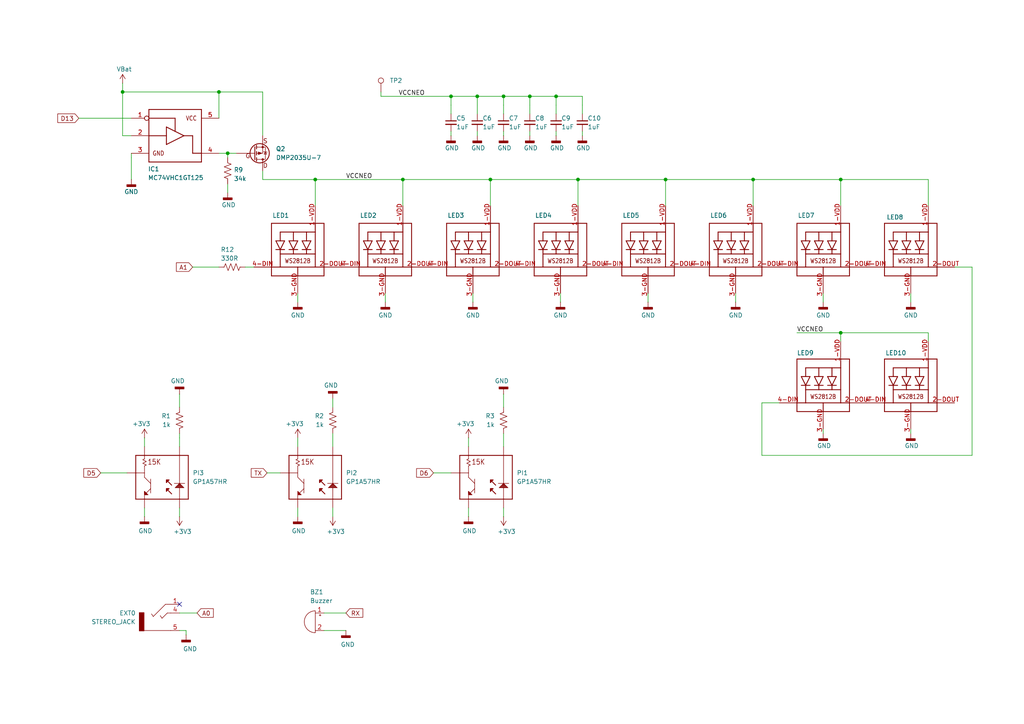
<source format=kicad_sch>
(kicad_sch (version 20250114) (generator "eeschema") (generator_version "9.0")
  (paper "A4")
  (lib_symbols
    (symbol "Connector:TestPoint" (pin_numbers (hide yes)) (pin_names (offset 0.762) (hide yes))
      (property "Reference" "TP" (at 0 6.858 0))
      (property "Value" "TestPoint" (at 0 5.08 0))
      (symbol "TestPoint_0_1"
        (circle (center 0 3.302) (radius 0.762))
      )
      (symbol "TestPoint_1_1"
        (pin passive line (at 0 0 90) (length 2.54) (name "1") (number "1"))
      )
    )
    (symbol "Device:Buzzer" (pin_names (offset 0.0254) (hide yes))
      (property "Reference" "BZ" (at 3.81 1.27 0))
      (property "Value" "Buzzer" (at 3.81 -1.27 0))
      (symbol "Buzzer_0_1"
        (polyline (pts (xy -1.651 1.905) (xy -1.143 1.905)))
        (polyline (pts (xy -1.397 2.159) (xy -1.397 1.651)))
        (arc (start 0 3.175) (mid 3.1612 0) (end 0 -3.175))
        (polyline (pts (xy 0 3.175) (xy 0 -3.175)))
      )
      (symbol "Buzzer_1_1"
        (pin passive line (at -2.54 2.54 0) (length 2.54) (name "+") (number "1"))
        (pin passive line (at -2.54 -2.54 0) (length 2.54) (name "-") (number "2"))
      )
    )
    (symbol "Device:C_Small" (pin_numbers (hide yes)) (pin_names (offset 0.254) (hide yes))
      (property "Reference" "C" (at 0.254 1.778 0))
      (property "Value" "C_Small" (at 0.254 -2.032 0))
      (symbol "C_Small_0_1"
        (polyline (pts (xy -1.524 0.508) (xy 1.524 0.508)) (stroke (width 0.3048)))
        (polyline (pts (xy -1.524 -0.508) (xy 1.524 -0.508)) (stroke (width 0.3302)))
      )
      (symbol "C_Small_1_1"
        (pin passive line (at 0 2.54 270) (length 2.032) (name "~") (number "1"))
        (pin passive line (at 0 -2.54 90) (length 2.032) (name "~") (number "2"))
      )
    )
    (symbol "Device:R_US" (pin_numbers (hide yes)) (pin_names (offset 0))
      (property "Reference" "R" (at 2.54 0 90))
      (property "Value" "R_US" (at -2.54 0 90))
      (symbol "R_US_0_1"
        (polyline (pts (xy 0 2.286) (xy 0 2.54)))
        (polyline (pts (xy 0 2.286) (xy 1.016 1.905) (xy 0 1.524) (xy -1.016 1.143) (xy 0 0.762)))
        (polyline (pts (xy 0 0.762) (xy 1.016 0.381) (xy 0 0) (xy -1.016 -0.381) (xy 0 -0.762)))
        (polyline (pts (xy 0 -0.762) (xy 1.016 -1.143) (xy 0 -1.524) (xy -1.016 -1.905) (xy 0 -2.286)))
        (polyline (pts (xy 0 -2.286) (xy 0 -2.54)))
      )
      (symbol "R_US_1_1"
        (pin passive line (at 0 3.81 270) (length 1.27) (name "~") (number "1"))
        (pin passive line (at 0 -3.81 90) (length 1.27) (name "~") (number "2"))
      )
    )
    (symbol "FED3 SymbLib:GP1A57HR"
      (symbol "GP1A57HR_1_0"
        (polyline (pts (xy -7.62 10.16) (xy 5.08 10.16)) (stroke (width 0.254)))
        (polyline (pts (xy -7.62 -2.54) (xy -7.62 10.16)) (stroke (width 0.254)))
        (polyline (pts (xy -6.096 1.016) (xy -6.35 0.762)) (stroke (width 0.1524)))
        (polyline (pts (xy -6.096 0.889) (xy -4.064 0.889)) (stroke (width 0.1524)))
        (polyline (pts (xy -5.842 1.27) (xy -6.096 1.016)) (stroke (width 0.1524)))
        (polyline (pts (xy -5.842 1.27) (xy -4.318 1.27)) (stroke (width 0.1524)))
        (polyline (pts (xy -5.588 1.524) (xy -5.842 1.27)) (stroke (width 0.1524)))
        (polyline (pts (xy -5.588 1.397) (xy -4.572 1.397)) (stroke (width 0.1524)))
        (polyline (pts (xy -5.334 1.778) (xy -5.588 1.524)) (stroke (width 0.1524)))
        (polyline (pts (xy -5.334 1.778) (xy -4.826 1.778)) (stroke (width 0.1524)))
        (polyline (pts (xy -5.207 1.905) (xy -5.334 1.778)) (stroke (width 0.1524)))
        (polyline (pts (xy -5.207 1.905) (xy -4.953 1.905)) (stroke (width 0.1524)))
        (polyline (pts (xy -5.08 2.032) (xy -6.604 2.032)) (stroke (width 0.1524)))
        (polyline (pts (xy -5.08 2.032) (xy -5.207 1.905)) (stroke (width 0.1524)))
        (polyline (pts (xy -5.08 2.032) (xy -5.08 10.16)) (stroke (width 0.1524)))
        (polyline (pts (xy -5.08 0.762) (xy -6.35 0.762)) (stroke (width 0.1524)))
        (polyline (pts (xy -5.08 -2.54) (xy -7.62 -2.54)) (stroke (width 0.254)))
        (polyline (pts (xy -5.08 -2.54) (xy -5.08 0.762)) (stroke (width 0.1524)))
        (polyline (pts (xy -4.953 1.905) (xy -5.08 2.032)) (stroke (width 0.1524)))
        (polyline (pts (xy -4.826 1.778) (xy -4.953 1.905)) (stroke (width 0.1524)))
        (polyline (pts (xy -4.826 1.651) (xy -5.334 1.651)) (stroke (width 0.1524)))
        (polyline (pts (xy -4.572 1.524) (xy -5.588 1.524)) (stroke (width 0.1524)))
        (polyline (pts (xy -4.572 1.524) (xy -4.826 1.778)) (stroke (width 0.1524)))
        (polyline (pts (xy -4.318 1.27) (xy -4.572 1.524)) (stroke (width 0.1524)))
        (polyline (pts (xy -4.318 1.143) (xy -5.842 1.143)) (stroke (width 0.1524)))
        (polyline (pts (xy -4.064 1.016) (xy -6.096 1.016)) (stroke (width 0.1524)))
        (polyline (pts (xy -4.064 1.016) (xy -4.318 1.27)) (stroke (width 0.1524)))
        (polyline (pts (xy -3.81 0.762) (xy -5.08 0.762)) (stroke (width 0.1524)))
        (polyline (pts (xy -3.81 0.762) (xy -4.064 1.016)) (stroke (width 0.1524)))
        (polyline (pts (xy -3.556 2.032) (xy -5.08 2.032)) (stroke (width 0.1524)))
        (polyline (pts (xy -2.794 1.524) (xy -1.778 2.54)) (stroke (width 0.254)))
        (polyline (pts (xy -2.794 -1.016) (xy -1.778 0)) (stroke (width 0.254)))
        (polyline (pts (xy -2.032 3.048) (xy -1.27 2.286)) (stroke (width 0.254)))
        (polyline (pts (xy -2.032 0.508) (xy -1.27 -0.254)) (stroke (width 0.254)))
        (polyline (pts (xy -1.778 3.048) (xy -2.032 3.048)) (stroke (width 0.254)))
        (polyline (pts (xy -1.778 3.048) (xy -1.27 2.54)) (stroke (width 0.254)))
        (polyline (pts (xy -1.778 0.508) (xy -2.032 0.508)) (stroke (width 0.254)))
        (polyline (pts (xy -1.778 0.508) (xy -1.27 0)) (stroke (width 0.254)))
        (polyline (pts (xy -1.524 3.048) (xy -1.778 3.048)) (stroke (width 0.254)))
        (polyline (pts (xy -1.524 3.048) (xy -1.27 2.794)) (stroke (width 0.254)))
        (polyline (pts (xy -1.524 0.508) (xy -1.778 0.508)) (stroke (width 0.254)))
        (polyline (pts (xy -1.524 0.508) (xy -1.27 0.254)) (stroke (width 0.254)))
        (polyline (pts (xy -1.27 3.048) (xy -1.524 3.048)) (stroke (width 0.254)))
        (polyline (pts (xy -1.27 2.794) (xy -1.27 3.048)) (stroke (width 0.254)))
        (polyline (pts (xy -1.27 2.54) (xy -1.27 2.794)) (stroke (width 0.254)))
        (polyline (pts (xy -1.27 2.286) (xy -1.27 2.54)) (stroke (width 0.254)))
        (polyline (pts (xy -1.27 0.508) (xy -1.524 0.508)) (stroke (width 0.254)))
        (polyline (pts (xy -1.27 0.254) (xy -1.27 0.508)) (stroke (width 0.254)))
        (polyline (pts (xy -1.27 0) (xy -1.27 0.254)) (stroke (width 0.254)))
        (polyline (pts (xy -1.27 -0.254) (xy -1.27 0)) (stroke (width 0.254)))
        (polyline (pts (xy 3.302 3.302) (xy 3.302 2.032)) (stroke (width 0.1524)))
        (polyline (pts (xy 3.302 2.032) (xy 3.302 0.508)) (stroke (width 0.1524)))
        (polyline (pts (xy 3.302 2.032) (xy 5.08 3.81)) (stroke (width 0.1524)))
        (polyline (pts (xy 3.302 0.508) (xy 3.302 -0.762)) (stroke (width 0.1524)))
        (polyline (pts (xy 3.302 0.508) (xy 4.572 -0.762)) (stroke (width 0.1524)))
        (polyline (pts (xy 4.064 -1.27) (xy 4.191 -1.27)) (stroke (width 0.1524)))
        (polyline (pts (xy 4.191 -1.27) (xy 4.318 -1.27)) (stroke (width 0.1524)))
        (polyline (pts (xy 4.318 -1.27) (xy 4.445 -1.27)) (stroke (width 0.1524)))
        (polyline (pts (xy 4.445 -1.27) (xy 4.572 -1.27)) (stroke (width 0.1524)))
        (polyline (pts (xy 4.572 8.382) (xy 5.588 7.874)) (stroke (width 0.1524)))
        (polyline (pts (xy 4.572 7.366) (xy 5.08 7.112)) (stroke (width 0.1524)))
        (polyline (pts (xy 4.572 -1.27) (xy 4.699 -1.27)) (stroke (width 0.1524)))
        (polyline (pts (xy 4.699 -1.27) (xy 4.826 -1.27)) (stroke (width 0.1524)))
        (polyline (pts (xy 4.826 -1.27) (xy 5.08 -1.27)) (stroke (width 0.1524)))
        (polyline (pts (xy 4.953 -0.508) (xy 4.318 -1.143)) (stroke (width 0.1524)))
        (polyline (pts (xy 4.953 -0.635) (xy 4.445 -1.143)) (stroke (width 0.1524)))
        (polyline (pts (xy 4.953 -0.762) (xy 4.572 -1.143)) (stroke (width 0.1524)))
        (polyline (pts (xy 4.953 -0.889) (xy 4.699 -1.143)) (stroke (width 0.1524)))
        (polyline (pts (xy 4.953 -1.016) (xy 4.826 -1.143)) (stroke (width 0.1524)))
        (polyline (pts (xy 4.953 -1.143) (xy 4.826 -1.27)) (stroke (width 0.1524)))
        (polyline (pts (xy 5.08 10.16) (xy 5.08 9.144)) (stroke (width 0.1524)))
        (polyline (pts (xy 5.08 10.16) (xy 7.62 10.16)) (stroke (width 0.254)))
        (polyline (pts (xy 5.08 9.144) (xy 5.588 8.89)) (stroke (width 0.1524)))
        (polyline (pts (xy 5.08 7.112) (xy 5.08 5.08)) (stroke (width 0.1524)))
        (polyline (pts (xy 5.08 5.08) (xy 5.08 3.81)) (stroke (width 0.1524)))
        (polyline (pts (xy 5.08 5.08) (xy 7.62 5.08)) (stroke (width 0.1524)))
        (polyline (pts (xy 5.08 -0.254) (xy 4.064 -1.27)) (stroke (width 0.1524)))
        (polyline (pts (xy 5.08 -0.381) (xy 4.191 -1.27)) (stroke (width 0.1524)))
        (polyline (pts (xy 5.08 -0.381) (xy 5.08 -0.254)) (stroke (width 0.1524)))
        (polyline (pts (xy 5.08 -0.508) (xy 4.318 -1.27)) (stroke (width 0.1524)))
        (polyline (pts (xy 5.08 -0.508) (xy 5.08 -0.381)) (stroke (width 0.1524)))
        (polyline (pts (xy 5.08 -0.635) (xy 4.445 -1.27)) (stroke (width 0.1524)))
        (polyline (pts (xy 5.08 -0.635) (xy 5.08 -0.508)) (stroke (width 0.1524)))
        (polyline (pts (xy 5.08 -0.762) (xy 4.572 -1.27)) (stroke (width 0.1524)))
        (polyline (pts (xy 5.08 -0.762) (xy 5.08 -0.635)) (stroke (width 0.1524)))
        (polyline (pts (xy 5.08 -0.889) (xy 4.699 -1.27)) (stroke (width 0.1524)))
        (polyline (pts (xy 5.08 -0.889) (xy 5.08 -0.762)) (stroke (width 0.1524)))
        (polyline (pts (xy 5.08 -1.016) (xy 4.826 -1.27)) (stroke (width 0.1524)))
        (polyline (pts (xy 5.08 -1.016) (xy 5.08 -0.889)) (stroke (width 0.1524)))
        (polyline (pts (xy 5.08 -1.27) (xy 5.08 -1.016)) (stroke (width 0.1524)))
        (polyline (pts (xy 5.08 -2.54) (xy -5.08 -2.54)) (stroke (width 0.254)))
        (polyline (pts (xy 5.08 -2.54) (xy 5.08 -1.27)) (stroke (width 0.1524)))
        (polyline (pts (xy 5.588 8.89) (xy 4.572 8.382)) (stroke (width 0.1524)))
        (polyline (pts (xy 5.588 7.874) (xy 4.572 7.366)) (stroke (width 0.1524)))
        (polyline (pts (xy 7.62 10.16) (xy 7.62 5.08)) (stroke (width 0.254)))
        (polyline (pts (xy 7.62 5.08) (xy 7.62 -2.54)) (stroke (width 0.254)))
        (polyline (pts (xy 7.62 -2.54) (xy 5.08 -2.54)) (stroke (width 0.254)))
        (text "15K" (at 0.254 7.366 0) (effects (font (size 1.524 1.2954)) (justify left bottom)))
        (pin bidirectional line (at -5.08 12.7 270) (length 2.54) (name "2") (number "2"))
        (pin bidirectional line (at -5.08 -5.08 90) (length 2.54) (name "1") (number "1"))
        (pin bidirectional line (at 5.08 12.7 270) (length 2.54) (name "3") (number "3"))
        (pin bidirectional line (at 5.08 -5.08 90) (length 2.54) (name "5") (number "5"))
        (pin bidirectional line (at 10.16 5.08 180) (length 2.54) (name "4") (number "4"))
      )
    )
    (symbol "FED3 SymbLib:MOSFET_P-CH"
      (symbol "MOSFET_P-CH_0_1"
        (polyline (pts (xy -2.286 1.905) (xy -2.286 -1.905)) (stroke (width 0.254)))
        (polyline (pts (xy -2.286 0) (xy -5.08 0)))
        (polyline (pts (xy -1.778 2.286) (xy -1.778 1.27)) (stroke (width 0.254)))
        (polyline (pts (xy -1.778 1.778) (xy 0.762 1.778) (xy 0.762 -1.778) (xy -1.778 -1.778)))
        (polyline (pts (xy -1.778 0.508) (xy -1.778 -0.508)) (stroke (width 0.254)))
        (polyline (pts (xy -1.778 -1.27) (xy -1.778 -2.286)) (stroke (width 0.254)))
        (circle (center -0.889 0) (radius 2.794) (stroke (width 0.254)))
        (polyline (pts (xy -0.254 0) (xy -1.27 0.381) (xy -1.27 -0.381) (xy -0.254 0)) (fill (type outline)))
        (polyline (pts (xy 0 2.54) (xy 0 1.778)))
        (circle (center 0 1.778) (radius 0.254) (fill (type outline)))
        (circle (center 0 -1.778) (radius 0.254) (fill (type outline)))
        (polyline (pts (xy 0 -2.54) (xy 0 0) (xy -1.778 0)))
        (polyline (pts (xy 0.254 -0.508) (xy 0.381 -0.381) (xy 1.143 -0.381) (xy 1.27 -0.254)))
        (polyline (pts (xy 0.762 -0.381) (xy 0.381 0.254) (xy 1.143 0.254) (xy 0.762 -0.381)))
      )
      (symbol "MOSFET_P-CH_1_1"
        (text "G" (at -4.318 0.762 0) (effects (font (size 1.27 1.27))))
        (text "D" (at 0.762 3.556 0) (effects (font (size 1.27 1.27))))
        (text "S" (at 0.762 -3.556 0) (effects (font (size 1.27 1.27))))
        (pin passive line (at -7.62 0 0) (length 2.54) (name "G") (number "P$1"))
        (pin passive line (at 0 5.08 270) (length 2.54) (name "D") (number "P$3"))
        (pin passive line (at 0 -5.08 90) (length 2.54) (name "S") (number "P$2"))
      )
    )
    (symbol "FED3 SymbLib:SN74LVC1G125"
      (symbol "SN74LVC1G125_1_0"
        (polyline (pts (xy -7.62 7.62) (xy -7.62 -7.62)) (stroke (width 0.254)))
        (polyline (pts (xy -7.62 5.08) (xy 0 5.08)) (stroke (width 0.254)))
        (polyline (pts (xy -7.62 0) (xy -2.54 0)) (stroke (width 0.254)))
        (polyline (pts (xy -7.62 -7.62) (xy 7.62 -7.62)) (stroke (width 0.254)))
        (polyline (pts (xy -2.54 2.54) (xy -2.54 -2.54)) (stroke (width 0.254)))
        (polyline (pts (xy -2.54 2.54) (xy 0 1.27)) (stroke (width 0.254)))
        (polyline (pts (xy 0 5.08) (xy 0 1.27)) (stroke (width 0.254)))
        (polyline (pts (xy 0 1.27) (xy 2.54 0)) (stroke (width 0.254)))
        (polyline (pts (xy 2.54 0) (xy -2.54 -2.54)) (stroke (width 0.254)))
        (polyline (pts (xy 2.54 0) (xy 5.08 0)) (stroke (width 0.254)))
        (polyline (pts (xy 5.08 0) (xy 5.08 -5.08)) (stroke (width 0.254)))
        (polyline (pts (xy 5.08 -5.08) (xy 7.62 -5.08)) (stroke (width 0.254)))
        (polyline (pts (xy 7.62 7.62) (xy -7.62 7.62)) (stroke (width 0.254)))
        (polyline (pts (xy 7.62 -7.62) (xy 7.62 7.62)) (stroke (width 0.254)))
        (text "GND" (at -6.604 -5.842 0) (effects (font (size 1.27 1.0795)) (justify left bottom)))
        (text "VCC" (at 3.048 4.318 0) (effects (font (size 1.27 1.0795)) (justify left bottom)))
        (pin bidirectional inverted (at -12.7 5.08 0) (length 5.08) (name "P$1") (number "1"))
        (pin bidirectional line (at -12.7 0 0) (length 5.08) (name "P$2") (number "2"))
        (pin bidirectional line (at -12.7 -5.08 0) (length 5.08) (name "P$3") (number "3"))
        (pin bidirectional line (at 12.7 5.08 180) (length 5.08) (name "P$5") (number "5"))
        (pin bidirectional line (at 12.7 -5.08 180) (length 5.08) (name "P$4") (number "4"))
      )
    )
    (symbol "FED3 SymbLib:STEREO_JACK"
      (symbol "STEREO_JACK_1_0"
        (rectangle (start -5.207 2.667) (end -6.604 -2.667) (fill (type outline)))
        (polyline (pts (xy -2.54 1.524) (xy -3.048 2.286)) (stroke (width 0.1524)))
        (polyline (pts (xy 0 1.016) (xy -0.508 1.778)) (stroke (width 0.1524)))
        (polyline (pts (xy 1.016 5.08) (xy -2.54 1.524)) (stroke (width 0.1524)))
        (polyline (pts (xy 1.524 2.54) (xy 0 1.016)) (stroke (width 0.1524)))
        (polyline (pts (xy 2.54 5.08) (xy 1.016 5.08)) (stroke (width 0.1524)))
        (polyline (pts (xy 2.54 2.54) (xy 1.524 2.54)) (stroke (width 0.1524)))
        (polyline (pts (xy 2.54 -2.54) (xy -5.207 -2.54)) (stroke (width 0.1524)))
        (pin passive line (at 5.08 5.08 180) (length 2.54) (name "1") (number "1"))
        (pin passive line (at 5.08 2.54 180) (length 2.54) (name "4") (number "4"))
        (pin passive line (at 5.08 -2.54 180) (length 2.54) (name "5") (number "5"))
      )
    )
    (symbol "FED3 SymbLib:V_Batt" (power) (pin_numbers (hide yes)) (pin_names (offset 0) (hide yes))
      (property "Value" "V_Batt" (at 0 3.556 0))
      (symbol "V_Batt_0_1"
        (polyline (pts (xy -0.762 1.27) (xy 0 2.54)))
        (polyline (pts (xy 0 2.54) (xy 0.762 1.27)))
        (polyline (pts (xy 0 0) (xy 0 2.54)))
      )
      (symbol "V_Batt_1_1"
        (pin power_in line (at 0 0 90) (length 0) (name "~") (number "1"))
      )
    )
    (symbol "FED3 SymbLib:WS2812B5050"
      (symbol "WS2812B5050_1_0"
        (polyline (pts (xy -7.62 10.16) (xy -7.62 -2.54)) (stroke (width 0.254)))
        (polyline (pts (xy -7.62 -2.54) (xy -7.62 -5.08)) (stroke (width 0.254)))
        (polyline (pts (xy -7.62 -5.08) (xy 0 -5.08)) (stroke (width 0.254)))
        (polyline (pts (xy -6.35 5.08) (xy -5.08 5.08)) (stroke (width 0.254)))
        (polyline (pts (xy -6.35 2.54) (xy -5.08 2.54)) (stroke (width 0.254)))
        (polyline (pts (xy -5.08 7.62) (xy -5.08 5.08)) (stroke (width 0.254)))
        (polyline (pts (xy -5.08 5.08) (xy -3.81 5.08)) (stroke (width 0.254)))
        (polyline (pts (xy -5.08 2.54) (xy -6.35 5.08)) (stroke (width 0.254)))
        (polyline (pts (xy -5.08 2.54) (xy -5.08 1.27)) (stroke (width 0.254)))
        (polyline (pts (xy -5.08 2.54) (xy -3.81 5.08)) (stroke (width 0.254)))
        (polyline (pts (xy -5.08 1.27) (xy -5.08 -2.54)) (stroke (width 0.254)))
        (polyline (pts (xy -5.08 -2.54) (xy -7.62 -2.54)) (stroke (width 0.254)))
        (polyline (pts (xy -5.08 -2.54) (xy 0 -2.54)) (stroke (width 0.254)))
        (polyline (pts (xy -3.81 2.54) (xy -5.08 2.54)) (stroke (width 0.254)))
        (polyline (pts (xy -2.54 5.08) (xy 0 5.08)) (stroke (width 0.254)))
        (polyline (pts (xy -2.54 2.54) (xy -1.27 2.54)) (stroke (width 0.254)))
        (polyline (pts (xy -1.27 7.62) (xy -5.08 7.62)) (stroke (width 0.254)))
        (polyline (pts (xy -1.27 5.08) (xy -1.27 7.62)) (stroke (width 0.254)))
        (polyline (pts (xy -1.27 2.54) (xy -2.54 5.08)) (stroke (width 0.254)))
        (polyline (pts (xy -1.27 2.54) (xy -1.27 1.27)) (stroke (width 0.254)))
        (polyline (pts (xy -1.27 2.54) (xy 0 2.54)) (stroke (width 0.254)))
        (polyline (pts (xy -1.27 1.27) (xy -5.08 1.27)) (stroke (width 0.254)))
        (polyline (pts (xy 0 5.08) (xy -1.27 2.54)) (stroke (width 0.254)))
        (polyline (pts (xy 0 -2.54) (xy 0 -5.08)) (stroke (width 0.254)))
        (polyline (pts (xy 0 -2.54) (xy 5.08 -2.54)) (stroke (width 0.254)))
        (polyline (pts (xy 0 -5.08) (xy 7.62 -5.08)) (stroke (width 0.254)))
        (polyline (pts (xy 1.27 5.08) (xy 2.54 5.08)) (stroke (width 0.254)))
        (polyline (pts (xy 1.27 5.08) (xy 2.54 2.54)) (stroke (width 0.254)))
        (polyline (pts (xy 2.54 7.62) (xy -1.27 7.62)) (stroke (width 0.254)))
        (polyline (pts (xy 2.54 7.62) (xy 5.08 7.62)) (stroke (width 0.254)))
        (polyline (pts (xy 2.54 5.08) (xy 2.54 7.62)) (stroke (width 0.254)))
        (polyline (pts (xy 2.54 2.54) (xy 1.27 2.54)) (stroke (width 0.254)))
        (polyline (pts (xy 2.54 2.54) (xy 2.54 1.27)) (stroke (width 0.254)))
        (polyline (pts (xy 2.54 2.54) (xy 3.81 5.08)) (stroke (width 0.254)))
        (polyline (pts (xy 2.54 2.54) (xy 3.81 2.54)) (stroke (width 0.254)))
        (polyline (pts (xy 2.54 1.27) (xy -1.27 1.27)) (stroke (width 0.254)))
        (polyline (pts (xy 3.81 5.08) (xy 2.54 5.08)) (stroke (width 0.254)))
        (polyline (pts (xy 5.08 10.16) (xy -7.62 10.16)) (stroke (width 0.254)))
        (polyline (pts (xy 5.08 10.16) (xy 5.08 7.62)) (stroke (width 0.254)))
        (polyline (pts (xy 5.08 7.62) (xy 5.08 1.27)) (stroke (width 0.254)))
        (polyline (pts (xy 5.08 1.27) (xy 2.54 1.27)) (stroke (width 0.254)))
        (polyline (pts (xy 5.08 -2.54) (xy 5.08 1.27)) (stroke (width 0.254)))
        (polyline (pts (xy 5.08 -2.54) (xy 7.62 -2.54)) (stroke (width 0.254)))
        (polyline (pts (xy 7.62 10.16) (xy 5.08 10.16)) (stroke (width 0.254)))
        (polyline (pts (xy 7.62 -2.54) (xy 7.62 10.16)) (stroke (width 0.254)))
        (polyline (pts (xy 7.62 -5.08) (xy 7.62 -2.54)) (stroke (width 0.254)))
        (text "WS2812B" (at 3.81 0 0) (effects (font (size 1.27 1.0795)) (justify right top)))
        (pin input line (at -12.7 -2.54 0) (length 5.08) (name "DI") (number "4-DIN"))
        (pin power_in line (at 0 -10.16 90) (length 5.08) (name "GND") (number "3-GND"))
        (pin power_in line (at 5.08 15.24 270) (length 5.08) (name "VDD") (number "1-VDD"))
        (pin output line (at 12.7 -2.54 180) (length 5.08) (name "DO") (number "2-DOUT"))
      )
    )
    (symbol "power:+3V3" (power) (pin_numbers (hide yes)) (pin_names (offset 0) (hide yes))
      (property "Value" "+3V3" (at 0 3.556 0))
      (symbol "+3V3_0_1"
        (polyline (pts (xy -0.762 1.27) (xy 0 2.54)))
        (polyline (pts (xy 0 2.54) (xy 0.762 1.27)))
        (polyline (pts (xy 0 0) (xy 0 2.54)))
      )
      (symbol "+3V3_1_1"
        (pin power_in line (at 0 0 90) (length 0) (name "~") (number "1"))
      )
    )
    (symbol "power:GNDD" (power) (pin_numbers (hide yes)) (pin_names (offset 0) (hide yes))
      (property "Value" "GNDD" (at 0 -3.175 0))
      (symbol "GNDD_0_1"
        (rectangle (start -1.27 -1.524) (end 1.27 -2.032) (stroke (width 0.254)) (fill (type outline)))
        (polyline (pts (xy 0 0) (xy 0 -1.524)))
      )
      (symbol "GNDD_1_1"
        (pin power_in line (at 0 0 270) (length 0) (name "~") (number "1"))
      )
    )
  )
  (junction (at 142.24 52.07))
  (junction (at 91.44 52.07))
  (junction (at 167.64 52.07))
  (junction (at 138.43 27.94))
  (junction (at 243.84 96.52))
  (junction (at 218.44 52.07))
  (junction (at 243.84 52.07))
  (junction (at 63.5 26.67))
  (junction (at 153.67 27.94))
  (junction (at 146.05 27.94))
  (junction (at 66.04 44.45))
  (junction (at 193.04 52.07))
  (junction (at 161.29 27.94))
  (junction (at 35.56 26.67))
  (junction (at 116.84 52.07))
  (junction (at 130.81 27.94))
  (no_connect (at 52.07 175.26))
  (wire (pts (xy 138.43 27.94) (xy 146.05 27.94)) (stroke (width 0.1524)))
  (wire (pts (xy 36.83 137.16) (xy 29.21 137.16)) (stroke (width 0.1524)))
  (wire (pts (xy 162.56 85.09) (xy 162.56 87.63)) (stroke (width 0.1524)))
  (wire (pts (xy 238.76 125.73) (xy 238.76 124.46)))
  (wire (pts (xy 52.07 182.88) (xy 53.975 182.88)) (stroke (width 0.1524)))
  (wire (pts (xy 220.98 116.84) (xy 220.98 132.08)) (stroke (width 0.1524)))
  (wire (pts (xy 161.29 27.94) (xy 168.91 27.94)) (stroke (width 0.1524)))
  (wire (pts (xy 76.2 39.37) (xy 76.2 26.67)) (stroke (width 0.1524)))
  (wire (pts (xy 243.84 96.52) (xy 269.24 96.52)) (stroke (width 0.1524)))
  (wire (pts (xy 264.16 125.73) (xy 264.16 124.46)))
  (wire (pts (xy 276.86 77.47) (xy 281.94 77.47)) (stroke (width 0.1524)))
  (wire (pts (xy 142.24 59.69) (xy 142.24 52.07)) (stroke (width 0.1524)))
  (wire (pts (xy 269.24 52.07) (xy 269.24 59.69)) (stroke (width 0.1524)))
  (wire (pts (xy 116.84 52.07) (xy 142.24 52.07)) (stroke (width 0.1524)))
  (wire (pts (xy 167.64 52.07) (xy 193.04 52.07)) (stroke (width 0.1524)))
  (wire (pts (xy 243.84 99.06) (xy 243.84 96.52)) (stroke (width 0.1524)))
  (wire (pts (xy 130.81 137.16) (xy 125.73 137.16)) (stroke (width 0.1524)))
  (wire (pts (xy 96.52 115.57) (xy 96.52 118.11)))
  (wire (pts (xy 243.84 52.07) (xy 269.24 52.07)) (stroke (width 0.1524)))
  (wire (pts (xy 81.28 137.16) (xy 77.47 137.16)) (stroke (width 0.1524)))
  (wire (pts (xy 269.24 96.52) (xy 269.24 99.06)) (stroke (width 0.1524)))
  (wire (pts (xy 52.07 177.8) (xy 57.15 177.8)) (stroke (width 0.1524)))
  (wire (pts (xy 76.2 52.07) (xy 91.44 52.07)) (stroke (width 0.1524)))
  (wire (pts (xy 93.98 177.8) (xy 100.33 177.8)))
  (wire (pts (xy 167.64 59.69) (xy 167.64 52.07)) (stroke (width 0.1524)))
  (wire (pts (xy 243.84 59.69) (xy 243.84 52.07)) (stroke (width 0.1524)))
  (wire (pts (xy 153.67 30.48) (xy 153.67 33.02)))
  (wire (pts (xy 86.36 127) (xy 86.36 129.54)) (stroke (width 0.1524)))
  (wire (pts (xy 238.76 85.09) (xy 238.76 87.63)) (stroke (width 0.1524)))
  (wire (pts (xy 63.5 26.67) (xy 76.2 26.67)) (stroke (width 0.1524)))
  (wire (pts (xy 146.05 149.86) (xy 146.05 147.32)) (stroke (width 0.1524)))
  (wire (pts (xy 146.05 30.48) (xy 146.05 27.94)) (stroke (width 0.1524)))
  (wire (pts (xy 38.1 44.45) (xy 38.1 45.72)) (stroke (width 0.1524)))
  (wire (pts (xy 66.04 44.45) (xy 66.04 45.72)) (stroke (width 0.1524)))
  (wire (pts (xy 41.91 127) (xy 41.91 129.54)) (stroke (width 0.1524)))
  (wire (pts (xy 35.56 26.67) (xy 35.56 24.13)) (stroke (width 0.1524)))
  (wire (pts (xy 187.96 85.09) (xy 187.96 87.63)) (stroke (width 0.1524)))
  (wire (pts (xy 63.5 26.67) (xy 63.5 34.29)) (stroke (width 0.1524)))
  (wire (pts (xy 220.98 116.84) (xy 226.06 116.84)) (stroke (width 0.1524)))
  (wire (pts (xy 218.44 59.69) (xy 218.44 52.07)) (stroke (width 0.1524)))
  (wire (pts (xy 168.91 30.48) (xy 168.91 33.02)))
  (wire (pts (xy 135.89 149.86) (xy 135.89 147.32)) (stroke (width 0.1524)))
  (wire (pts (xy 146.05 38.1) (xy 146.05 39.37)) (stroke (width 0.1524)))
  (wire (pts (xy 52.07 149.86) (xy 52.07 147.32)) (stroke (width 0.1524)))
  (wire (pts (xy 93.98 182.88) (xy 100.33 182.88)))
  (wire (pts (xy 135.89 127) (xy 135.89 129.54)) (stroke (width 0.1524)))
  (wire (pts (xy 146.05 125.73) (xy 146.05 129.54)) (stroke (width 0.1524)))
  (wire (pts (xy 153.67 27.94) (xy 161.29 27.94)) (stroke (width 0.1524)))
  (wire (pts (xy 146.05 114.3) (xy 146.05 118.11)))
  (wire (pts (xy 138.43 30.48) (xy 138.43 27.94)) (stroke (width 0.1524)))
  (wire (pts (xy 86.36 85.09) (xy 86.36 87.63)) (stroke (width 0.1524)))
  (wire (pts (xy 138.43 38.1) (xy 138.43 39.37)) (stroke (width 0.1524)))
  (wire (pts (xy 38.1 34.29) (xy 22.86 34.29)) (stroke (width 0.1524)))
  (wire (pts (xy 213.36 85.09) (xy 213.36 87.63)) (stroke (width 0.1524)))
  (wire (pts (xy 66.04 44.45) (xy 68.58 44.45)) (stroke (width 0.1524)))
  (wire (pts (xy 38.1 45.72) (xy 38.1 52.07)))
  (wire (pts (xy 146.05 27.94) (xy 153.67 27.94)) (stroke (width 0.1524)))
  (wire (pts (xy 264.16 85.09) (xy 264.16 87.63)) (stroke (width 0.1524)))
  (wire (pts (xy 96.52 149.86) (xy 96.52 147.32)) (stroke (width 0.1524)))
  (wire (pts (xy 130.81 27.94) (xy 138.43 27.94)) (stroke (width 0.1524)))
  (wire (pts (xy 161.29 39.37) (xy 161.29 38.1)) (stroke (width 0.1524)))
  (wire (pts (xy 142.24 52.07) (xy 167.64 52.07)) (stroke (width 0.1524)))
  (wire (pts (xy 168.91 39.37) (xy 168.91 38.1)) (stroke (width 0.1524)))
  (wire (pts (xy 63.5 26.67) (xy 35.56 26.67)) (stroke (width 0.1524)))
  (wire (pts (xy 66.04 53.34) (xy 66.04 55.88)))
  (wire (pts (xy 71.12 77.47) (xy 73.66 77.47)))
  (wire (pts (xy 53.975 182.88) (xy 53.975 184.15)))
  (wire (pts (xy 193.04 52.07) (xy 193.04 59.69)) (stroke (width 0.1524)))
  (wire (pts (xy 281.94 132.08) (xy 281.94 77.47)) (stroke (width 0.1524)))
  (wire (pts (xy 35.56 39.37) (xy 38.1 39.37)) (stroke (width 0.1524)))
  (wire (pts (xy 130.81 30.48) (xy 130.81 27.94)) (stroke (width 0.1524)))
  (wire (pts (xy 91.44 52.07) (xy 116.84 52.07)) (stroke (width 0.1524)))
  (wire (pts (xy 52.07 114.3) (xy 52.07 118.11)))
  (wire (pts (xy 168.91 27.94) (xy 168.91 30.48)) (stroke (width 0.1524)))
  (wire (pts (xy 76.2 49.53) (xy 76.2 52.07)) (stroke (width 0.1524)))
  (wire (pts (xy 161.29 27.94) (xy 161.29 30.48)) (stroke (width 0.1524)))
  (wire (pts (xy 110.49 27.94) (xy 130.81 27.94)) (stroke (width 0.1524)))
  (wire (pts (xy 231.14 96.52) (xy 243.84 96.52)) (stroke (width 0.1524)))
  (wire (pts (xy 63.5 77.47) (xy 55.88 77.47)) (stroke (width 0.1524)))
  (wire (pts (xy 153.67 38.1) (xy 153.67 39.37)) (stroke (width 0.1524)))
  (wire (pts (xy 66.04 44.45) (xy 63.5 44.45)) (stroke (width 0.1524)))
  (wire (pts (xy 193.04 52.07) (xy 218.44 52.07)) (stroke (width 0.1524)))
  (wire (pts (xy 110.49 27.94) (xy 110.49 26.67)) (stroke (width 0.1524)))
  (wire (pts (xy 146.05 30.48) (xy 146.05 33.02)))
  (wire (pts (xy 161.29 30.48) (xy 161.29 33.02)))
  (wire (pts (xy 86.36 149.86) (xy 86.36 147.32)) (stroke (width 0.1524)))
  (wire (pts (xy 137.16 85.09) (xy 137.16 87.63)) (stroke (width 0.1524)))
  (wire (pts (xy 116.84 59.69) (xy 116.84 52.07)) (stroke (width 0.1524)))
  (wire (pts (xy 52.07 125.73) (xy 52.07 127)))
  (wire (pts (xy 41.91 149.86) (xy 41.91 147.32)) (stroke (width 0.1524)))
  (wire (pts (xy 91.44 59.69) (xy 91.44 52.07)) (stroke (width 0.1524)))
  (wire (pts (xy 111.76 85.09) (xy 111.76 87.63)) (stroke (width 0.1524)))
  (wire (pts (xy 218.44 52.07) (xy 243.84 52.07)) (stroke (width 0.1524)))
  (wire (pts (xy 96.52 125.73) (xy 96.52 129.54)) (stroke (width 0.1524)))
  (wire (pts (xy 220.98 132.08) (xy 281.94 132.08)) (stroke (width 0.1524)))
  (wire (pts (xy 52.07 127) (xy 52.07 129.54)) (stroke (width 0.1524)))
  (wire (pts (xy 130.81 38.1) (xy 130.81 39.37)) (stroke (width 0.1524)))
  (wire (pts (xy 138.43 30.48) (xy 138.43 33.02)))
  (wire (pts (xy 35.56 26.67) (xy 35.56 39.37)) (stroke (width 0.1524)))
  (wire (pts (xy 130.81 30.48) (xy 130.81 33.02)))
  (wire (pts (xy 153.67 30.48) (xy 153.67 27.94)) (stroke (width 0.1524)))
  (label "VCCNEO" (at 231.14 96.52 0))
  (label "VCCNEO" (at 115.57 27.94 0))
  (label "VCCNEO" (at 100.33 52.07 0))
  (global_label "D13" (shape input) (at 22.86 34.29 180) (property "Intersheetrefs" "${INTERSHEET_REFS}" (effects (hide yes))))
  (global_label "TX" (shape input) (at 77.47 137.16 180) (property "Intersheetrefs" "${INTERSHEET_REFS}" (effects (hide yes))))
  (global_label "D5" (shape input) (at 29.21 137.16 180) (property "Intersheetrefs" "${INTERSHEET_REFS}" (effects (hide yes))))
  (global_label "RX" (shape input) (at 100.33 177.8 0) (property "Intersheetrefs" "${INTERSHEET_REFS}" (effects (hide yes))))
  (global_label "D6" (shape input) (at 125.73 137.16 180) (property "Intersheetrefs" "${INTERSHEET_REFS}" (effects (hide yes))))
  (global_label "A0" (shape input) (at 57.15 177.8 0) (property "Intersheetrefs" "${INTERSHEET_REFS}" (effects (hide yes))))
  (global_label "A1" (shape input) (at 55.88 77.47 180) (property "Intersheetrefs" "${INTERSHEET_REFS}" (effects (hide yes))))
  (symbol (lib_id "FED3 SymbLib:GP1A57HR") (at 46.99 142.24 0) (mirror y) (unit 1)
    (property "Reference" "PI3" (at 55.88 137.1599 0) (effects (justify right)))
    (property "Value" "GP1A57HR" (at 55.88 139.6999 0) (effects (justify right)))
    (property "Footprint" "FED3_PCBLib:GP1A57HR" (effects (hide yes)))
    (property "OEPSPN" "OEPS100063" (effects (hide yes)))
    (property "MPN" "GP1A57HRJ00F" (effects (hide yes)))
  )
  (symbol (lib_id "FED3 SymbLib:WS2812B5050") (at 187.96 74.93 0) (unit 1)
    (property "Reference" "LED5" (at 180.594 62.484 0) (effects (justify left)))
    (property "Value" "RGBLed" (effects (hide yes)))
    (property "Footprint" "FED3_PCBLib:WS2812B" (effects (hide yes)))
    (property "OEPSPN" "OEPS080164" (effects (hide yes)))
    (property "MPN" "SK6812RGBW-BW" (effects (hide yes)))
  )
  (symbol (lib_id "power:GNDD") (at 41.91 149.86 0) (mirror y) (unit 1)
    (property "Reference" "#PWR0108" (effects (hide yes)))
    (property "Value" "GND" (at 40.132 153.9875 0) (effects (justify right)))
    (property "Description" "Power symbol creates a global label with name \"GNDD\" , digital ground" (effects (hide yes)))
  )
  (symbol (lib_id "power:+3V3") (at 52.07 149.86 0) (mirror x) (unit 1)
    (property "Reference" "#+3V015" (effects (hide yes)))
    (property "Value" "+3V3" (at 50.292 154.178 0) (effects (justify left)))
  )
  (symbol (lib_id "FED3 SymbLib:WS2812B5050") (at 264.16 74.93 0) (unit 1)
    (property "Reference" "LED8" (at 259.588 62.992 0))
    (property "Value" "RGBLed" (effects (hide yes)))
    (property "Footprint" "FED3_PCBLib:WS2812B" (effects (hide yes)))
    (property "OEPSPN" "OEPS080164" (effects (hide yes)))
    (property "MPN" "SK6812RGBW-BW" (effects (hide yes)))
  )
  (symbol (lib_id "Device:C_Small") (at 130.81 35.56 0) (unit 1)
    (property "Reference" "C5" (at 132.334 34.29 0) (effects (justify left)))
    (property "Value" "1uF" (at 132.334 36.83 0) (effects (justify left)))
    (property "Footprint" "Capacitor_SMD:C_0402_1005Metric" (effects (hide yes)))
    (property "Description" "Unpolarized capacitor, small symbol" (effects (hide yes)))
    (property "OEPSPN" "OEPS010030" (effects (hide yes)))
    (property "MPN" "C1005X5R1E105K050BC" (effects (hide yes)))
  )
  (symbol (lib_id "power:GNDD") (at 138.43 39.37 0) (unit 1)
    (property "Reference" "#PWR0105" (effects (hide yes)))
    (property "Value" "GND" (at 136.652 42.926 0) (effects (justify left)))
    (property "Description" "Power symbol creates a global label with name \"GNDD\" , digital ground" (effects (hide yes)))
  )
  (symbol (lib_id "Device:Buzzer") (at 91.44 180.34 0) (mirror y) (unit 1)
    (property "Reference" "BZ1" (at 89.916 171.704 0) (effects (justify right)))
    (property "Value" "Buzzer" (at 89.916 174.244 0) (effects (justify right)))
    (property "Footprint" "FED3_PCBLib:Buzzer" (effects (hide yes)))
    (property "Description" "Buzzer, polarized" (effects (hide yes)))
    (property "MPN" "PS1240P02BT" (effects (hide yes)))
    (property "OEPSPN" "OEPS100062" (effects (hide yes)))
  )
  (symbol (lib_id "power:GNDD") (at 146.05 114.3 0) (mirror x) (unit 1)
    (property "Reference" "#PWR035" (effects (hide yes)))
    (property "Value" "GND" (at 147.574 110.49 0) (effects (justify right)))
    (property "Description" "Power symbol creates a global label with name \"GNDD\" , digital ground" (effects (hide yes)))
  )
  (symbol (lib_id "power:GNDD") (at 111.76 87.63 0) (unit 1)
    (property "Reference" "#PWR025" (effects (hide yes)))
    (property "Value" "GND" (at 109.728 91.44 0) (effects (justify left)))
    (property "Description" "Power symbol creates a global label with name \"GNDD\" , digital ground" (effects (hide yes)))
  )
  (symbol (lib_id "Device:R_US") (at 52.07 121.92 0) (mirror x) (unit 1)
    (property "Reference" "R1" (at 49.53 120.6499 0) (effects (justify right)))
    (property "Value" "1k" (at 49.53 123.1899 0) (effects (justify right)))
    (property "Footprint" "Resistor_SMD:R_0402_1005Metric" (effects (hide yes)))
    (property "OEPSPN" "OEPS020006" (effects (hide yes)))
    (property "MPN" "ERJ-2RKF1001X" (effects (hide yes)))
  )
  (symbol (lib_id "power:+3V3") (at 135.89 127 0) (mirror y) (unit 1)
    (property "Reference" "#+3V010" (effects (hide yes)))
    (property "Value" "+3V3" (at 132.334 122.936 0) (effects (justify right)))
  )
  (symbol (lib_id "power:GNDD") (at 161.29 39.37 0) (unit 1)
    (property "Reference" "#PWR027" (effects (hide yes)))
    (property "Value" "GND" (at 159.512 42.926 0) (effects (justify left)))
    (property "Description" "Power symbol creates a global label with name \"GNDD\" , digital ground" (effects (hide yes)))
  )
  (symbol (lib_id "power:GNDD") (at 66.04 55.88 0) (unit 1)
    (property "Reference" "#PWR033" (effects (hide yes)))
    (property "Value" "GND" (at 64.262 59.436 0) (effects (justify left)))
    (property "Description" "Power symbol creates a global label with name \"GNDD\" , digital ground" (effects (hide yes)))
  )
  (symbol (lib_id "Device:C_Small") (at 168.91 35.56 0) (unit 1)
    (property "Reference" "C10" (at 170.434 34.29 0) (effects (justify left)))
    (property "Value" "1uF" (at 170.434 36.83 0) (effects (justify left)))
    (property "Footprint" "Capacitor_SMD:C_0402_1005Metric" (effects (hide yes)))
    (property "Description" "Unpolarized capacitor, small symbol" (effects (hide yes)))
    (property "OEPSPN" "OEPS010030" (effects (hide yes)))
    (property "MPN" "C1005X5R1E105K050BC" (effects (hide yes)))
  )
  (symbol (lib_id "FED3 SymbLib:WS2812B5050") (at 238.76 74.93 0) (unit 1)
    (property "Reference" "LED7" (at 231.394 62.484 0) (effects (justify left)))
    (property "Value" "RGBLed" (effects (hide yes)))
    (property "Footprint" "FED3_PCBLib:WS2812B" (effects (hide yes)))
    (property "OEPSPN" "OEPS080164" (effects (hide yes)))
    (property "MPN" "SK6812RGBW-BW" (effects (hide yes)))
  )
  (symbol (lib_id "power:GNDD") (at 86.36 149.86 0) (mirror y) (unit 1)
    (property "Reference" "#PWR034" (effects (hide yes)))
    (property "Value" "GND" (at 84.582 153.9875 0) (effects (justify right)))
    (property "Description" "Power symbol creates a global label with name \"GNDD\" , digital ground" (effects (hide yes)))
  )
  (symbol (lib_id "power:GNDD") (at 135.89 149.86 0) (mirror y) (unit 1)
    (property "Reference" "#PWR036" (effects (hide yes)))
    (property "Value" "GND" (at 134.112 153.9875 0) (effects (justify right)))
    (property "Description" "Power symbol creates a global label with name \"GNDD\" , digital ground" (effects (hide yes)))
  )
  (symbol (lib_id "FED3 SymbLib:V_Batt") (at 35.56 24.13 0) (unit 1)
    (property "Reference" "#PWR07" (effects (hide yes)))
    (property "Value" "VBat" (at 33.782 20.066 0) (effects (justify left)))
    (property "Description" "Power symbol creates a global label with name \"V_Batt\"" (effects (hide yes)))
  )
  (symbol (lib_id "Device:R_US") (at 146.05 121.92 0) (mirror x) (unit 1)
    (property "Reference" "R3" (at 143.51 120.6499 0) (effects (justify right)))
    (property "Value" "1k" (at 143.51 123.1899 0) (effects (justify right)))
    (property "Footprint" "Resistor_SMD:R_0402_1005Metric" (effects (hide yes)))
    (property "OEPSPN" "OEPS020006" (effects (hide yes)))
    (property "MPN" "ERJ-2RKF1001X" (effects (hide yes)))
  )
  (symbol (lib_id "Device:C_Small") (at 161.29 35.56 0) (unit 1)
    (property "Reference" "C9" (at 162.814 34.29 0) (effects (justify left)))
    (property "Value" "1uF" (at 162.814 36.83 0) (effects (justify left)))
    (property "Footprint" "Capacitor_SMD:C_0402_1005Metric" (effects (hide yes)))
    (property "Description" "Unpolarized capacitor, small symbol" (effects (hide yes)))
    (property "OEPSPN" "OEPS010030" (effects (hide yes)))
    (property "MPN" "C1005X5R1E105K050BC" (effects (hide yes)))
  )
  (symbol (lib_id "power:+3V3") (at 96.52 149.86 0) (mirror x) (unit 1)
    (property "Reference" "#+3V013" (effects (hide yes)))
    (property "Value" "+3V3" (at 94.742 154.178 0) (effects (justify left)))
  )
  (symbol (lib_id "power:GNDD") (at 137.16 87.63 0) (unit 1)
    (property "Reference" "#PWR029" (effects (hide yes)))
    (property "Value" "GND" (at 135.128 91.44 0) (effects (justify left)))
    (property "Description" "Power symbol creates a global label with name \"GNDD\" , digital ground" (effects (hide yes)))
  )
  (symbol (lib_id "FED3 SymbLib:GP1A57HR") (at 91.44 142.24 0) (mirror y) (unit 1)
    (property "Reference" "PI2" (at 100.33 137.1599 0) (effects (justify right)))
    (property "Value" "GP1A57HR" (at 100.33 139.6999 0) (effects (justify right)))
    (property "Footprint" "FED3_PCBLib:GP1A57HR" (effects (hide yes)))
    (property "OEPSPN" "OEPS100063" (effects (hide yes)))
    (property "MPN" "GP1A57HRJ00F" (effects (hide yes)))
  )
  (symbol (lib_id "power:GNDD") (at 96.52 115.57 0) (mirror x) (unit 1)
    (property "Reference" "#PWR022" (effects (hide yes)))
    (property "Value" "GND" (at 98.044 111.76 0) (effects (justify right)))
    (property "Description" "Power symbol creates a global label with name \"GNDD\" , digital ground" (effects (hide yes)))
  )
  (symbol (lib_id "Device:R_US") (at 96.52 121.92 0) (mirror x) (unit 1)
    (property "Reference" "R2" (at 93.98 120.6499 0) (effects (justify right)))
    (property "Value" "1k" (at 93.98 123.1899 0) (effects (justify right)))
    (property "Footprint" "Resistor_SMD:R_0402_1005Metric" (effects (hide yes)))
    (property "OEPSPN" "OEPS020006" (effects (hide yes)))
    (property "MPN" "ERJ-2RKF1001X" (effects (hide yes)))
  )
  (symbol (lib_id "power:GNDD") (at 53.975 184.15 0) (mirror y) (unit 1)
    (property "Reference" "#PWR049" (effects (hide yes)))
    (property "Value" "GND" (at 53.086 188.214 0) (effects (justify right)))
    (property "Description" "Power symbol creates a global label with name \"GNDD\" , digital ground" (effects (hide yes)))
  )
  (symbol (lib_id "FED3 SymbLib:GP1A57HR") (at 140.97 142.24 0) (mirror y) (unit 1)
    (property "Reference" "PI1" (at 149.86 137.1599 0) (effects (justify right)))
    (property "Value" "GP1A57HR" (at 149.86 139.6999 0) (effects (justify right)))
    (property "Footprint" "FED3_PCBLib:GP1A57HR" (effects (hide yes)))
    (property "OEPSPN" "OEPS100063" (effects (hide yes)))
    (property "MPN" "GP1A57HRJ00F" (effects (hide yes)))
  )
  (symbol (lib_id "Device:C_Small") (at 138.43 35.56 0) (unit 1)
    (property "Reference" "C6" (at 139.954 34.29 0) (effects (justify left)))
    (property "Value" "1uF" (at 139.954 36.83 0) (effects (justify left)))
    (property "Footprint" "Capacitor_SMD:C_0402_1005Metric" (effects (hide yes)))
    (property "Description" "Unpolarized capacitor, small symbol" (effects (hide yes)))
    (property "OEPSPN" "OEPS010030" (effects (hide yes)))
    (property "MPN" "C1005X5R1E105K050BC" (effects (hide yes)))
  )
  (symbol (lib_id "FED3 SymbLib:WS2812B5050") (at 86.36 74.93 0) (unit 1)
    (property "Reference" "LED1" (at 78.994 62.484 0) (effects (justify left)))
    (property "Value" "RGBLed" (effects (hide yes)))
    (property "Footprint" "FED3_PCBLib:WS2812B" (effects (hide yes)))
    (property "OEPSPN" "OEPS080164" (effects (hide yes)))
    (property "MPN" "SK6812RGBW-BW" (effects (hide yes)))
  )
  (symbol (lib_id "power:GNDD") (at 100.33 182.88 0) (mirror y) (unit 1)
    (property "Reference" "#PWR048" (effects (hide yes)))
    (property "Value" "GND" (at 98.806 186.944 0) (effects (justify right)))
    (property "Description" "Power symbol creates a global label with name \"GNDD\" , digital ground" (effects (hide yes)))
  )
  (symbol (lib_id "Connector:TestPoint") (at 110.49 26.67 0) (unit 1) (in_bom no)
    (property "Reference" "TP2" (at 113.03 23.3679 0) (effects (justify left)))
    (property "Value" "VccNEO" (effects (hide yes)))
    (property "Footprint" "TestPoint:TestPoint_Pad_1.0x1.0mm" (effects (hide yes)))
  )
  (symbol (lib_id "FED3 SymbLib:WS2812B5050") (at 238.76 114.3 0) (unit 1)
    (property "Reference" "LED9" (at 231.14 102.362 0) (effects (justify left)))
    (property "Value" "RGBLed" (effects (hide yes)))
    (property "Footprint" "FED3_PCBLib:WS2812B" (effects (hide yes)))
    (property "OEPSPN" "OEPS080164" (effects (hide yes)))
    (property "MPN" "SK6812RGBW-BW" (effects (hide yes)))
  )
  (symbol (lib_id "power:GNDD") (at 168.91 39.37 0) (unit 1)
    (property "Reference" "#PWR028" (effects (hide yes)))
    (property "Value" "GND" (at 167.132 42.926 0) (effects (justify left)))
    (property "Description" "Power symbol creates a global label with name \"GNDD\" , digital ground" (effects (hide yes)))
  )
  (symbol (lib_id "power:GNDD") (at 162.56 87.63 0) (unit 1)
    (property "Reference" "#PWR030" (effects (hide yes)))
    (property "Value" "GND" (at 160.528 91.44 0) (effects (justify left)))
    (property "Description" "Power symbol creates a global label with name \"GNDD\" , digital ground" (effects (hide yes)))
  )
  (symbol (lib_id "power:GNDD") (at 130.81 39.37 0) (unit 1)
    (property "Reference" "#PWR018" (effects (hide yes)))
    (property "Value" "GND" (at 129.032 42.926 0) (effects (justify left)))
    (property "Description" "Power symbol creates a global label with name \"GNDD\" , digital ground" (effects (hide yes)))
  )
  (symbol (lib_id "power:GNDD") (at 86.36 87.63 0) (unit 1)
    (property "Reference" "#PWR0110" (effects (hide yes)))
    (property "Value" "GND" (at 84.328 91.44 0) (effects (justify left)))
    (property "Description" "Power symbol creates a global label with name \"GNDD\" , digital ground" (effects (hide yes)))
  )
  (symbol (lib_id "power:GNDD") (at 238.76 125.73 0) (unit 1)
    (property "Reference" "#PWR045" (effects (hide yes)))
    (property "Value" "GND" (at 236.982 129.286 0) (effects (justify left)))
    (property "Description" "Power symbol creates a global label with name \"GNDD\" , digital ground" (effects (hide yes)))
  )
  (symbol (lib_id "power:GNDD") (at 52.07 114.3 0) (mirror x) (unit 1)
    (property "Reference" "#PWR0109" (effects (hide yes)))
    (property "Value" "GND" (at 53.594 110.49 0) (effects (justify right)))
    (property "Description" "Power symbol creates a global label with name \"GNDD\" , digital ground" (effects (hide yes)))
  )
  (symbol (lib_id "power:GNDD") (at 213.36 87.63 0) (unit 1)
    (property "Reference" "#PWR032" (effects (hide yes)))
    (property "Value" "GND" (at 211.328 91.44 0) (effects (justify left)))
    (property "Description" "Power symbol creates a global label with name \"GNDD\" , digital ground" (effects (hide yes)))
  )
  (symbol (lib_id "FED3 SymbLib:WS2812B5050") (at 137.16 74.93 0) (unit 1)
    (property "Reference" "LED3" (at 129.794 62.484 0) (effects (justify left)))
    (property "Value" "RGBLed" (effects (hide yes)))
    (property "Footprint" "FED3_PCBLib:WS2812B" (effects (hide yes)))
    (property "OEPSPN" "OEPS080164" (effects (hide yes)))
    (property "MPN" "SK6812RGBW-BW" (effects (hide yes)))
  )
  (symbol (lib_id "Device:R_US") (at 66.04 49.53 180) (unit 1)
    (property "Reference" "R9" (at 67.818 49.276 0) (effects (justify right)))
    (property "Value" "34k" (at 67.818 51.816 0) (effects (justify right)))
    (property "Footprint" "Resistor_SMD:R_0402_1005Metric" (effects (hide yes)))
    (property "OEPSPN" "OEPS020044" (effects (hide yes)))
    (property "MPN" "RT0402BRD0734KL" (effects (hide yes)))
  )
  (symbol (lib_id "power:GNDD") (at 146.05 39.37 0) (unit 1)
    (property "Reference" "#PWR024" (effects (hide yes)))
    (property "Value" "GND" (at 144.272 42.926 0) (effects (justify left)))
    (property "Description" "Power symbol creates a global label with name \"GNDD\" , digital ground" (effects (hide yes)))
  )
  (symbol (lib_id "power:+3V3") (at 86.36 127 0) (mirror y) (unit 1)
    (property "Reference" "#+3V011" (effects (hide yes)))
    (property "Value" "+3V3" (at 82.804 122.936 0) (effects (justify right)))
  )
  (symbol (lib_id "power:+3V3") (at 41.91 127 0) (mirror y) (unit 1)
    (property "Reference" "#+3V012" (effects (hide yes)))
    (property "Value" "+3V3" (at 38.354 122.936 0) (effects (justify right)))
  )
  (symbol (lib_id "FED3 SymbLib:WS2812B5050") (at 111.76 74.93 0) (unit 1)
    (property "Reference" "LED2" (at 104.394 62.484 0) (effects (justify left)))
    (property "Value" "RGBLed" (effects (hide yes)))
    (property "Footprint" "FED3_PCBLib:WS2812B" (effects (hide yes)))
    (property "OEPSPN" "OEPS080164" (effects (hide yes)))
    (property "MPN" "SK6812RGBW-BW" (effects (hide yes)))
  )
  (symbol (lib_id "FED3 SymbLib:WS2812B5050") (at 264.16 114.3 0) (unit 1)
    (property "Reference" "LED10" (at 259.842 102.362 0))
    (property "Value" "RGBLed" (effects (hide yes)))
    (property "Footprint" "FED3_PCBLib:WS2812B" (effects (hide yes)))
    (property "OEPSPN" "OEPS080164" (effects (hide yes)))
    (property "MPN" "SK6812RGBW-BW" (effects (hide yes)))
  )
  (symbol (lib_id "power:+3V3") (at 146.05 149.86 0) (mirror x) (unit 1)
    (property "Reference" "#+3V014" (effects (hide yes)))
    (property "Value" "+3V3" (at 144.272 154.178 0) (effects (justify left)))
  )
  (symbol (lib_id "Device:C_Small") (at 153.67 35.56 0) (unit 1)
    (property "Reference" "C8" (at 155.194 34.29 0) (effects (justify left)))
    (property "Value" "1uF" (at 155.194 36.83 0) (effects (justify left)))
    (property "Footprint" "Capacitor_SMD:C_0402_1005Metric" (effects (hide yes)))
    (property "Description" "Unpolarized capacitor, small symbol" (effects (hide yes)))
    (property "OEPSPN" "OEPS010030" (effects (hide yes)))
    (property "MPN" "C1005X5R1E105K050BC" (effects (hide yes)))
  )
  (symbol (lib_id "FED3 SymbLib:WS2812B5050") (at 162.56 74.93 0) (unit 1)
    (property "Reference" "LED4" (at 155.194 62.484 0) (effects (justify left)))
    (property "Value" "RGBLed" (effects (hide yes)))
    (property "Footprint" "FED3_PCBLib:WS2812B" (effects (hide yes)))
    (property "OEPSPN" "OEPS080164" (effects (hide yes)))
    (property "MPN" "SK6812RGBW-BW" (effects (hide yes)))
  )
  (symbol (lib_id "FED3 SymbLib:STEREO_JACK") (at 46.99 180.34 0) (unit 1)
    (property "Reference" "EXT0" (at 39.37 177.8253 0) (effects (justify right)))
    (property "Value" "STEREO_JACK" (at 39.37 180.3653 0) (effects (justify right)))
    (property "Footprint" "FED3_PCBLib:35RASMT2BHNTRX" (effects (hide yes)))
    (property "OEPSPN" "OEPS070025" (effects (hide yes)))
    (property "MPN" "35RASMT2BHNTRX" (effects (hide yes)))
  )
  (symbol (lib_id "Device:C_Small") (at 146.05 35.56 0) (unit 1)
    (property "Reference" "C7" (at 147.574 34.29 0) (effects (justify left)))
    (property "Value" "1uF" (at 147.574 36.83 0) (effects (justify left)))
    (property "Footprint" "Capacitor_SMD:C_0402_1005Metric" (effects (hide yes)))
    (property "Description" "Unpolarized capacitor, small symbol" (effects (hide yes)))
    (property "OEPSPN" "OEPS010030" (effects (hide yes)))
    (property "MPN" "C1005X5R1E105K050BC" (effects (hide yes)))
  )
  (symbol (lib_id "power:GNDD") (at 187.96 87.63 0) (unit 1)
    (property "Reference" "#PWR031" (effects (hide yes)))
    (property "Value" "GND" (at 185.928 91.44 0) (effects (justify left)))
    (property "Description" "Power symbol creates a global label with name \"GNDD\" , digital ground" (effects (hide yes)))
  )
  (symbol (lib_id "power:GNDD") (at 264.16 125.73 0) (unit 1)
    (property "Reference" "#PWR046" (effects (hide yes)))
    (property "Value" "GND" (at 262.382 129.286 0) (effects (justify left)))
    (property "Description" "Power symbol creates a global label with name \"GNDD\" , digital ground" (effects (hide yes)))
  )
  (symbol (lib_id "FED3 SymbLib:SN74LVC1G125") (at 50.8 39.37 0) (unit 1)
    (property "Reference" "IC1" (at 42.926 49.022 0) (effects (justify left)))
    (property "Value" "MC74VHC1GT125" (at 42.926 51.562 0) (effects (justify left)))
    (property "Footprint" "Package_TO_SOT_SMD:SOT-23-5" (effects (hide yes)))
    (property "OEPSPN" "OEPS080169" (effects (hide yes)))
    (property "MPN" "MC74VHC1GT125DBVT1G" (effects (hide yes)))
  )
  (symbol (lib_id "power:GNDD") (at 264.16 87.63 0) (unit 1)
    (property "Reference" "#PWR038" (effects (hide yes)))
    (property "Value" "GND" (at 262.128 91.44 0) (effects (justify left)))
    (property "Description" "Power symbol creates a global label with name \"GNDD\" , digital ground" (effects (hide yes)))
  )
  (symbol (lib_id "Device:R_US") (at 67.31 77.47 270) (unit 1)
    (property "Reference" "R12" (at 64.008 72.39 90) (effects (justify left)))
    (property "Value" "330R" (at 64.008 74.93 90) (effects (font (thickness 0.1588)) (justify left)))
    (property "Footprint" "Resistor_SMD:R_0402_1005Metric" (effects (hide yes)))
    (property "OEPSPN" "OEPS020037" (effects (hide yes)))
    (property "MPN" "RC0402FR-07330RL" (effects (hide yes)))
  )
  (symbol (lib_id "power:GNDD") (at 38.1 52.07 0) (unit 1)
    (property "Reference" "#PWR020" (effects (hide yes)))
    (property "Value" "GND" (at 40.132 55.626 0) (effects (justify right)))
    (property "Description" "Power symbol creates a global label with name \"GNDD\" , digital ground" (effects (hide yes)))
  )
  (symbol (lib_id "FED3 SymbLib:WS2812B5050") (at 213.36 74.93 0) (unit 1)
    (property "Reference" "LED6" (at 205.994 62.484 0) (effects (justify left)))
    (property "Value" "RGBLed" (effects (hide yes)))
    (property "Footprint" "FED3_PCBLib:WS2812B" (effects (hide yes)))
    (property "OEPSPN" "OEPS080164" (effects (hide yes)))
    (property "MPN" "SK6812RGBW-BW" (effects (hide yes)))
  )
  (symbol (lib_id "power:GNDD") (at 153.67 39.37 0) (unit 1)
    (property "Reference" "#PWR0106" (effects (hide yes)))
    (property "Value" "GND" (at 151.892 42.926 0) (effects (justify left)))
    (property "Description" "Power symbol creates a global label with name \"GNDD\" , digital ground" (effects (hide yes)))
  )
  (symbol (lib_id "power:GNDD") (at 238.76 87.63 0) (unit 1)
    (property "Reference" "#PWR037" (effects (hide yes)))
    (property "Value" "GND" (at 236.728 91.44 0) (effects (justify left)))
    (property "Description" "Power symbol creates a global label with name \"GNDD\" , digital ground" (effects (hide yes)))
  )
  (symbol (lib_id "FED3 SymbLib:MOSFET_P-CH") (at 76.2 44.45 0) (mirror x) (unit 1)
    (property "Reference" "Q2" (at 80.01 43.1798 0) (effects (justify left)))
    (property "Value" "DMP2035U-7" (at 80.01 45.7198 0) (effects (justify left)))
    (property "Footprint" "FED3_PCBLib:TSMT3" (effects (hide yes)))
    (property "Datasheet" "http://www.aosmd.com/pdfs/datasheet/AO3401A.pdf" (effects (hide yes)))
    (property "Description" "-4.0A Id, -30V Vds, P-Channel MOSFET, SOT-23" (effects (hide yes)))
    (property "OEPSPN" "OEPS060011" (effects (hide yes)))
    (property "MPN" "DMP2035U-7" (effects (hide yes)))
  )
)
</source>
